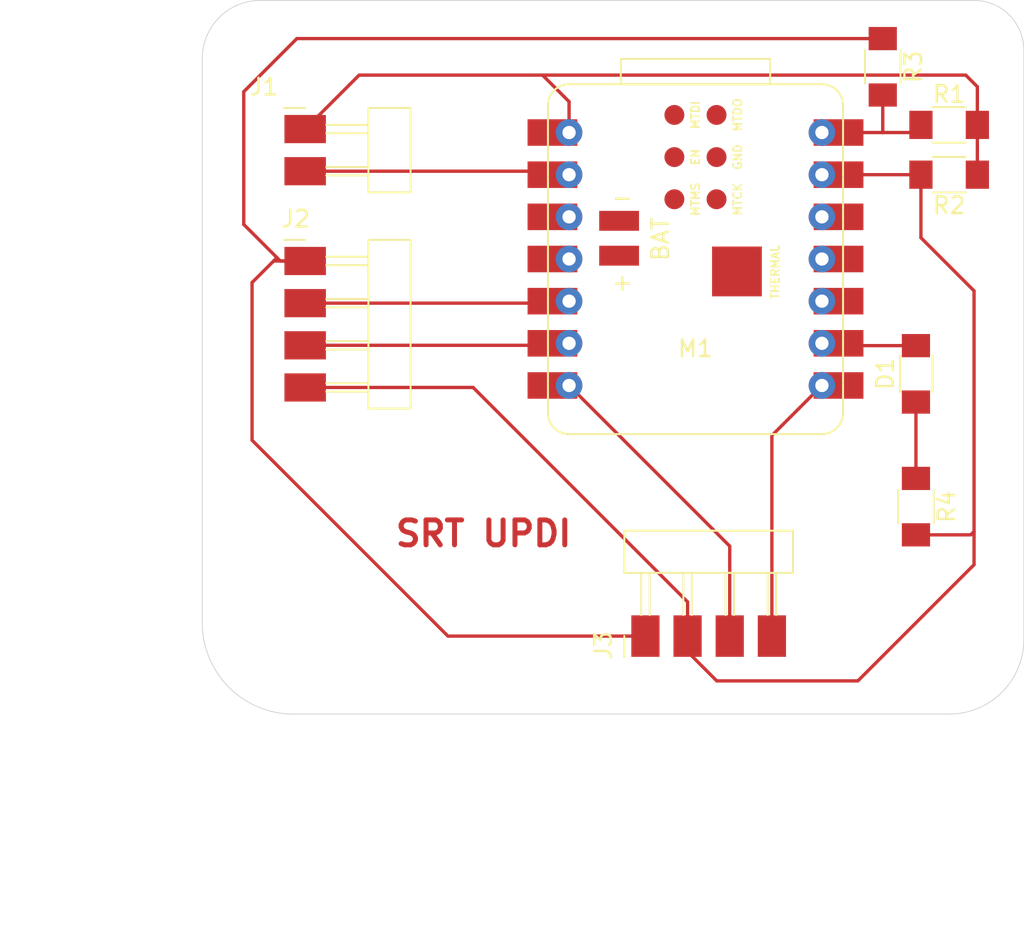
<source format=kicad_pcb>
(kicad_pcb (version 20240108) (generator "pcbnew") (generator_version "8.0")
  (layers (0 "F.Cu" signal) (31 "B.Cu" signal) (34 "B.Paste" user) (35 "F.Paste" user) (36 "B.SilkS" user "B.Silkscreen") (37 "F.SilkS" user "F.Silkscreen") (38 "B.Mask" user) (39 "F.Mask" user) (44 "Edge.Cuts" user))
  (net 0 "")
  (net 1 "Net-(J1-Pin_1)")
  (net 2 "Net-(J1-Pin_2)")
  (net 3 "Net-(J2-Pin_2)")
  (net 4 "Net-(J2-Pin_3)")
  (net 5 "Net-(J2-Pin_4)")
  (net 6 "Net-(J2-Pin_1)")
  (net 7 "Net-(J3-Pin_3)")
  (net 16 "Net-(J3-Pin_4)")
  (net 23 "Net-(D1-A)")
  (net 24 "Net-(D1-K)")
  (net 25 "Net-(M1-5V)")
  (footprint "fab:SeeedStudio_XIAO_ESP32C3" (layer "F.Cu") (at 139.215 81.08)
    (property "Reference" "M1" (at 0 5.39 0) (layer "F.SilkS"))
    (property "Value" "Module_XIAO-ESP32C3")
    (fp_line (start -8.8875 9.281) (end -8.8875 -9.261) (stroke (width 0.12)) (layer "F.SilkS"))
    (fp_line (start -7.6175 -10.531) (end 7.6225 -10.531) (stroke (width 0.12)) (layer "F.SilkS"))
    (fp_line (start 7.6225 10.551) (end -7.6175 10.551) (stroke (width 0.12)) (layer "F.SilkS"))
    (fp_line (start 8.8925 -9.261) (end 8.8925 9.281) (stroke (width 0.12)) (layer "F.SilkS"))
    (fp_rect (start -4.4975 -10.531) (end 4.5025 -12.055) (stroke (width 0.12)) (fill none) (layer "F.SilkS"))
    (fp_arc (start -8.8875 -9.261) (mid -8.515526 -10.159026) (end -7.6175 -10.531) (stroke (width 0.12)) (layer "F.SilkS"))
    (fp_arc (start -7.6175 10.551) (mid -8.515526 10.179026) (end -8.8875 9.281) (stroke (width 0.12)) (layer "F.SilkS"))
    (fp_arc (start 7.6225 -10.531) (mid 8.520526 -10.159026) (end 8.8925 -9.261) (stroke (width 0.12)) (layer "F.SilkS"))
    (fp_arc (start 8.8925 9.281) (mid 8.520526 10.179026) (end 7.6225 10.551) (stroke (width 0.12)) (layer "F.SilkS"))
    (fp_text user "MTDO" (at 2.54 -8.68 90) (layer "F.SilkS") (effects (font (size 0.5 0.5) (thickness 0.1) (bold yes))))
    (fp_text user "MTDI" (at 0 -8.68 90) (layer "F.SilkS") (effects (font (size 0.5 0.5) (thickness 0.1) (bold yes))))
    (fp_text user "EN" (at 0 -6.14 90) (layer "F.SilkS") (effects (font (size 0.5 0.5) (thickness 0.1) (bold yes))))
    (fp_text user "BAT" (at -2.7 -1.2 90) (layer "F.SilkS") (effects (justify top)))
    (fp_text user "MTMS" (at 0 -3.6 90) (layer "F.SilkS") (effects (font (size 0.5 0.5) (thickness 0.1) (bold yes))))
    (fp_text user "MTCK" (at 2.54 -3.6 90) (layer "F.SilkS") (effects (font (size 0.5 0.5) (thickness 0.1) (bold yes))))
    (fp_text user "-" (at -4.4 -3.7 0) (layer "F.SilkS"))
    (fp_text user "GND" (at 2.54 -6.14 90) (layer "F.SilkS") (effects (font (size 0.5 0.5) (thickness 0.1) (bold yes))))
    (fp_text user "+" (at -4.4 1.4 0) (layer "F.SilkS"))
    (fp_text user "THERMAL" (at 4.8 0.8 90) (layer "F.SilkS") (effects (font (size 0.5 0.5) (thickness 0.1) (bold yes))))
    (pad "1" thru_hole circle (at -7.615 -7.62) (size 1.6 1.6) (drill 0.8) (layers "*.Cu" "*.Mask") (net 1 "Net-(J1-Pin_1)"))
    (pad "1" smd rect (at -7.615 -7.62) (size 3 1.6) (drill (offset -1 0)) (layers "F.Cu" "F.Paste" "F.Mask") (net 1 "Net-(J1-Pin_1)"))
    (pad "2" thru_hole circle (at -7.615 -5.08) (size 1.6 1.6) (drill 0.8) (layers "*.Cu" "*.Mask") (net 2 "Net-(J1-Pin_2)"))
    (pad "2" smd rect (at -7.615 -5.08) (size 3 1.6) (drill (offset -1 0)) (layers "F.Cu" "F.Paste" "F.Mask") (net 2 "Net-(J1-Pin_2)"))
    (pad "3" thru_hole circle (at -7.615 -2.54) (size 1.6 1.6) (drill 0.8) (layers "*.Cu" "*.Mask"))
    (pad "3" smd rect (at -7.615 -2.54) (size 3 1.6) (drill (offset -1 0)) (layers "F.Cu" "F.Paste" "F.Mask"))
    (pad "4" thru_hole circle (at -7.615 0) (size 1.6 1.6) (drill 0.8) (layers "*.Cu" "*.Mask"))
    (pad "4" smd rect (at -7.615 0) (size 3 1.6) (drill (offset -1 0)) (layers "F.Cu" "F.Paste" "F.Mask"))
    (pad "5" thru_hole circle (at -7.615 2.54) (size 1.6 1.6) (drill 0.8) (layers "*.Cu" "*.Mask") (net 3 "Net-(J2-Pin_2)"))
    (pad "5" smd rect (at -7.615 2.54) (size 3 1.6) (drill (offset -1 0)) (layers "F.Cu" "F.Paste" "F.Mask") (net 3 "Net-(J2-Pin_2)"))
    (pad "6" thru_hole circle (at -7.615 5.08) (size 1.6 1.6) (drill 0.8) (layers "*.Cu" "*.Mask") (net 4 "Net-(J2-Pin_3)"))
    (pad "6" smd rect (at -7.615 5.08) (size 3 1.6) (drill (offset -1 0)) (layers "F.Cu" "F.Paste" "F.Mask") (net 4 "Net-(J2-Pin_3)"))
    (pad "7" thru_hole circle (at -7.615 7.62) (size 1.6 1.6) (drill 0.8) (layers "*.Cu" "*.Mask") (net 7 "Net-(J3-Pin_3)"))
    (pad "7" smd rect (at -7.615 7.62) (size 3 1.6) (drill (offset -1 0)) (layers "F.Cu" "F.Paste" "F.Mask") (net 7 "Net-(J3-Pin_3)"))
    (pad "8" thru_hole circle (at 7.62 7.62) (size 1.6 1.6) (drill 0.8) (layers "*.Cu" "*.Mask") (net 16 "Net-(J3-Pin_4)"))
    (pad "8" smd rect (at 7.62 7.62) (size 3 1.6) (drill (offset 1 0)) (layers "F.Cu" "F.Paste" "F.Mask") (net 16 "Net-(J3-Pin_4)"))
    (pad "9" thru_hole circle (at 7.62 5.08) (size 1.6 1.6) (drill 0.8) (layers "*.Cu" "*.Mask") (net 23 "Net-(D1-A)"))
    (pad "9" smd rect (at 7.62 5.08) (size 3 1.6) (drill (offset 1 0)) (layers "F.Cu" "F.Paste" "F.Mask") (net 23 "Net-(D1-A)"))
    (pad "10" thru_hole circle (at 7.62 2.54) (size 1.6 1.6) (drill 0.8) (layers "*.Cu" "*.Mask"))
    (pad "10" smd rect (at 7.62 2.54) (size 3 1.6) (drill (offset 1 0)) (layers "F.Cu" "F.Paste" "F.Mask"))
    (pad "11" thru_hole circle (at 7.62 0) (size 1.6 1.6) (drill 0.8) (layers "*.Cu" "*.Mask"))
    (pad "11" smd rect (at 7.62 0) (size 3 1.6) (drill (offset 1 0)) (layers "F.Cu" "F.Paste" "F.Mask"))
    (pad "12" thru_hole circle (at 7.62 -2.54) (size 1.6 1.6) (drill 0.8) (layers "*.Cu" "*.Mask"))
    (pad "12" smd rect (at 7.62 -2.54) (size 3 1.6) (drill (offset 1 0)) (layers "F.Cu" "F.Paste" "F.Mask"))
    (pad "13" thru_hole circle (at 7.62 -5.08) (size 1.6 1.6) (drill 0.8) (layers "*.Cu" "*.Mask") (net 5 "Net-(J2-Pin_4)"))
    (pad "13" smd rect (at 7.62 -5.08) (size 3 1.6) (drill (offset 1 0)) (layers "F.Cu" "F.Paste" "F.Mask") (net 5 "Net-(J2-Pin_4)"))
    (pad "14" thru_hole circle (at 7.62 -7.62) (size 1.6 1.6) (drill 0.8) (layers "*.Cu" "*.Mask") (net 25 "Net-(M1-5V)"))
    (pad "14" smd rect (at 7.62 -7.62) (size 3 1.6) (drill (offset 1 0)) (layers "F.Cu" "F.Paste" "F.Mask") (net 25 "Net-(M1-5V)"))
    (pad "15" smd rect (at -4.6 -2.3) (size 2.4 1.2) (layers "F.Cu" "F.Paste" "F.Mask"))
    (pad "16" smd rect (at -4.6 -0.2) (size 2.4 1.2) (layers "F.Cu" "F.Paste" "F.Mask"))
    (pad "17" smd circle (at -1.27 -8.68) (size 1.2 1.2) (layers "F.Cu" "F.Paste" "F.Mask"))
    (pad "18" smd circle (at -1.27 -6.14) (size 1.2 1.2) (layers "F.Cu" "F.Paste" "F.Mask"))
    (pad "19" smd circle (at -1.27 -3.6) (size 1.2 1.2) (layers "F.Cu" "F.Paste" "F.Mask"))
    (pad "20" smd circle (at 1.27 -3.6) (size 1.2 1.2) (layers "F.Cu" "F.Paste" "F.Mask"))
    (pad "21" smd circle (at 1.27 -6.14) (size 1.2 1.2) (layers "F.Cu" "F.Paste" "F.Mask"))
    (pad "22" smd circle (at 1.27 -8.68) (size 1.2 1.2) (layers "F.Cu" "F.Paste" "F.Mask"))
    (pad "23" smd rect (at 2.5 0.75) (size 3 3) (layers "F.Cu" "F.Paste" "F.Mask"))
  )
  (footprint "fab:LED_1206" (layer "F.Cu") (at 152.5 88 90)
    (property "Reference" "D1" (at 0 -1.85 270) (layer "F.SilkS"))
    (property "Value" "LED_1206")
    (fp_line (start -1.1 -0.95) (end 1.1 -0.95) (stroke (width 0.12)) (layer "F.SilkS"))
    (fp_line (start -1.1 1) (end 1.1 1) (stroke (width 0.12)) (layer "F.SilkS"))
    (pad "1" smd rect (at -1.7 0 90) (size 1.4 1.7) (layers "F.Cu" "F.Paste" "F.Mask") (net 24 "Net-(D1-K)"))
    (pad "2" smd rect (at 1.7 0 90) (size 1.4 1.7) (layers "F.Cu" "F.Paste" "F.Mask") (net 23 "Net-(D1-A)"))
  )
  (footprint "fab:PinHeader_1x02_P2.54mm_Horizontal_SMD" (layer "F.Cu") (at 115.7 73.25)
    (property "Reference" "J1" (at -1.524 -2.54 360) (layer "F.SilkS") (effects (justify right)))
    (property "Value" "Conn_PinHeader_1x02_P2.54mm_Horizontal_SMD")
    (fp_line (start -1.27 -1.27) (end 0 -1.27) (stroke (width 0.12)) (layer "F.SilkS"))
    (fp_line (start 3.81 -1.27) (end 6.35 -1.27) (stroke (width 0.12)) (layer "F.SilkS"))
    (fp_line (start 3.81 -0.254) (end 1.27 -0.254) (stroke (width 0.12)) (layer "F.SilkS"))
    (fp_line (start 3.81 0.254) (end 1.27 0.254) (stroke (width 0.12)) (layer "F.SilkS"))
    (fp_line (start 3.81 2.286) (end 1.27 2.286) (stroke (width 0.12)) (layer "F.SilkS"))
    (fp_line (start 3.81 2.794) (end 1.27 2.794) (stroke (width 0.12)) (layer "F.SilkS"))
    (fp_line (start 3.81 3.81) (end 3.81 -1.27) (stroke (width 0.12)) (layer "F.SilkS"))
    (fp_line (start 6.35 -1.27) (end 6.35 3.81) (stroke (width 0.12)) (layer "F.SilkS"))
    (fp_line (start 6.35 3.81) (end 3.81 3.81) (stroke (width 0.12)) (layer "F.SilkS"))
    (pad "1" smd rect (at 0 0) (size 2.5 1.7) (layers "F.Cu" "F.Paste" "F.Mask") (net 1 "Net-(J1-Pin_1)"))
    (pad "2" smd rect (at 0 2.54) (size 2.5 1.7) (layers "F.Cu" "F.Paste" "F.Mask") (net 2 "Net-(J1-Pin_2)"))
  )
  (footprint "fab:PinHeader_1x04_P2.54mm_Horizontal_SMD" (layer "F.Cu") (at 115.7 81.2)
    (property "Reference" "J2" (at -1.524 -2.54 180) (layer "F.SilkS") (effects (justify left)))
    (property "Value" "Conn_PinHeader_1x04_P2.54mm_Horizontal_SMD")
    (fp_line (start -1.27 -1.27) (end 0 -1.27) (stroke (width 0.12)) (layer "F.SilkS"))
    (fp_line (start 3.81 -1.27) (end 6.35 -1.27) (stroke (width 0.12)) (layer "F.SilkS"))
    (fp_line (start 3.81 -0.254) (end 1.27 -0.254) (stroke (width 0.12)) (layer "F.SilkS"))
    (fp_line (start 3.81 0.254) (end 1.27 0.254) (stroke (width 0.12)) (layer "F.SilkS"))
    (fp_line (start 3.81 2.286) (end 1.27 2.286) (stroke (width 0.12)) (layer "F.SilkS"))
    (fp_line (start 3.81 2.794) (end 1.27 2.794) (stroke (width 0.12)) (layer "F.SilkS"))
    (fp_line (start 3.81 4.826) (end 1.27 4.826) (stroke (width 0.12)) (layer "F.SilkS"))
    (fp_line (start 3.81 5.334) (end 1.27 5.334) (stroke (width 0.12)) (layer "F.SilkS"))
    (fp_line (start 3.81 7.366) (end 1.27 7.366) (stroke (width 0.12)) (layer "F.SilkS"))
    (fp_line (start 3.81 7.874) (end 1.27 7.874) (stroke (width 0.12)) (layer "F.SilkS"))
    (fp_line (start 3.81 8.89) (end 3.81 -1.27) (stroke (width 0.12)) (layer "F.SilkS"))
    (fp_line (start 6.35 -1.27) (end 6.35 8.89) (stroke (width 0.12)) (layer "F.SilkS"))
    (fp_line (start 6.35 8.89) (end 3.81 8.89) (stroke (width 0.12)) (layer "F.SilkS"))
    (pad "1" smd rect (at 0 0) (size 2.5 1.7) (layers "F.Cu" "F.Paste" "F.Mask") (net 6 "Net-(J2-Pin_1)"))
    (pad "2" smd rect (at 0 2.54) (size 2.5 1.7) (layers "F.Cu" "F.Paste" "F.Mask") (net 3 "Net-(J2-Pin_2)"))
    (pad "3" smd rect (at 0 5.08) (size 2.5 1.7) (layers "F.Cu" "F.Paste" "F.Mask") (net 4 "Net-(J2-Pin_3)"))
    (pad "4" smd rect (at 0 7.62) (size 2.5 1.7) (layers "F.Cu" "F.Paste" "F.Mask") (net 5 "Net-(J2-Pin_4)"))
  )
  (footprint "fab:PinHeader_1x04_P2.54mm_Horizontal_SMD" (layer "F.Cu") (at 136.2 103.8 90)
    (property "Reference" "J3" (at -1.524 -2.54 -90) (layer "F.SilkS") (effects (justify left)))
    (property "Value" "Conn_PinHeader_1x04_P2.54mm_Horizontal_SMD")
    (fp_line (start 6.35 -1.27) (end 6.35 8.89) (stroke (width 0.12)) (layer "F.SilkS"))
    (fp_line (start 3.81 -1.27) (end 6.35 -1.27) (stroke (width 0.12)) (layer "F.SilkS"))
    (fp_line (start -1.27 -1.27) (end 0 -1.27) (stroke (width 0.12)) (layer "F.SilkS"))
    (fp_line (start 3.81 -0.254) (end 1.27 -0.254) (stroke (width 0.12)) (layer "F.SilkS"))
    (fp_line (start 3.81 0.254) (end 1.27 0.254) (stroke (width 0.12)) (layer "F.SilkS"))
    (fp_line (start 3.81 2.286) (end 1.27 2.286) (stroke (width 0.12)) (layer "F.SilkS"))
    (fp_line (start 3.81 2.794) (end 1.27 2.794) (stroke (width 0.12)) (layer "F.SilkS"))
    (fp_line (start 3.81 4.826) (end 1.27 4.826) (stroke (width 0.12)) (layer "F.SilkS"))
    (fp_line (start 3.81 5.334) (end 1.27 5.334) (stroke (width 0.12)) (layer "F.SilkS"))
    (fp_line (start 3.81 7.366) (end 1.27 7.366) (stroke (width 0.12)) (layer "F.SilkS"))
    (fp_line (start 3.81 7.874) (end 1.27 7.874) (stroke (width 0.12)) (layer "F.SilkS"))
    (fp_line (start 6.35 8.89) (end 3.81 8.89) (stroke (width 0.12)) (layer "F.SilkS"))
    (fp_line (start 3.81 8.89) (end 3.81 -1.27) (stroke (width 0.12)) (layer "F.SilkS"))
    (pad "1" smd rect (at 0 0 90) (size 2.5 1.7) (layers "F.Cu" "F.Paste" "F.Mask") (net 6 "Net-(J2-Pin_1)"))
    (pad "2" smd rect (at 0 2.54 90) (size 2.5 1.7) (layers "F.Cu" "F.Paste" "F.Mask") (net 5 "Net-(J2-Pin_4)"))
    (pad "3" smd rect (at 0 5.08 90) (size 2.5 1.7) (layers "F.Cu" "F.Paste" "F.Mask") (net 7 "Net-(J3-Pin_3)"))
    (pad "4" smd rect (at 0 7.62 90) (size 2.5 1.7) (layers "F.Cu" "F.Paste" "F.Mask") (net 16 "Net-(J3-Pin_4)"))
  )
  (footprint "fab:R_1206" (layer "F.Cu") (at 150.5 69.5 -90)
    (property "Reference" "R3" (at 0 -1.85 90) (layer "F.SilkS"))
    (property "Value" "R_1206")
    (fp_line (start 1 1.07) (end -1 1.07) (stroke (width 0.12)) (layer "F.SilkS"))
    (fp_line (start -1 -1.07) (end 1 -1.07) (stroke (width 0.12)) (layer "F.SilkS"))
    (pad "1" smd rect (at -1.7 0 270) (size 1.4 1.7) (layers "F.Cu" "F.Paste" "F.Mask") (net 6 "Net-(J2-Pin_1)"))
    (pad "2" smd rect (at 1.7 0 270) (size 1.4 1.7) (layers "F.Cu" "F.Paste" "F.Mask") (net 25 "Net-(M1-5V)"))
  )
  (footprint "fab:R_1206" (layer "F.Cu") (at 154.5 76 180)
    (property "Reference" "R2" (at 0 -1.85 180) (layer "F.SilkS"))
    (property "Value" "R_1206")
    (fp_line (start 1 1.07) (end -1 1.07) (stroke (width 0.12)) (layer "F.SilkS"))
    (fp_line (start -1 -1.07) (end 1 -1.07) (stroke (width 0.12)) (layer "F.SilkS"))
    (pad "1" smd rect (at -1.7 0 180) (size 1.4 1.7) (layers "F.Cu" "F.Paste" "F.Mask") (net 1 "Net-(J1-Pin_1)"))
    (pad "2" smd rect (at 1.7 0 180) (size 1.4 1.7) (layers "F.Cu" "F.Paste" "F.Mask") (net 5 "Net-(J2-Pin_4)"))
  )
  (footprint "fab:R_1206" (layer "F.Cu") (at 154.5 73)
    (property "Reference" "R1" (at 0 -1.85 0) (layer "F.SilkS"))
    (property "Value" "R_1206")
    (fp_line (start -1 -1.07) (end 1 -1.07) (stroke (width 0.12)) (layer "F.SilkS"))
    (fp_line (start 1 1.07) (end -1 1.07) (stroke (width 0.12)) (layer "F.SilkS"))
    (pad "1" smd rect (at -1.7 0) (size 1.4 1.7) (layers "F.Cu" "F.Paste" "F.Mask") (net 25 "Net-(M1-5V)"))
    (pad "2" smd rect (at 1.7 0) (size 1.4 1.7) (layers "F.Cu" "F.Paste" "F.Mask") (net 1 "Net-(J1-Pin_1)"))
  )
  (footprint "fab:R_1206" (layer "F.Cu") (at 152.5 96 -90)
    (property "Reference" "R4" (at 0 -1.85 90) (layer "F.SilkS"))
    (property "Value" "R_1206")
    (fp_line (start 1 1.07) (end -1 1.07) (stroke (width 0.12)) (layer "F.SilkS"))
    (fp_line (start -1 -1.07) (end 1 -1.07) (stroke (width 0.12)) (layer "F.SilkS"))
    (pad "1" smd rect (at -1.7 0 270) (size 1.4 1.7) (layers "F.Cu" "F.Paste" "F.Mask") (net 24 "Net-(D1-K)"))
    (pad "2" smd rect (at 1.7 0 270) (size 1.4 1.7) (layers "F.Cu" "F.Paste" "F.Mask") (net 5 "Net-(J2-Pin_4)"))
  )
  (gr_line (start 154.5 108.5) (end 115 108.5) (stroke (width 0.05)) (layer "Edge.Cuts"))
  (gr_arc (start 115 108.5) (mid 111.110913 106.889087) (end 109.5 103) (stroke (width 0.05)) (layer "Edge.Cuts"))
  (gr_arc (start 156 65.5) (mid 158.12132 66.37868) (end 159 68.5) (stroke (width 0.05)) (layer "Edge.Cuts"))
  (gr_line (start 113 65.5) (end 156 65.5) (stroke (width 0.05)) (layer "Edge.Cuts"))
  (gr_arc (start 159 104) (mid 157.681981 107.181981) (end 154.5 108.5) (stroke (width 0.05)) (layer "Edge.Cuts"))
  (gr_arc (start 109.5 69) (mid 110.525126 66.525126) (end 113 65.5) (stroke (width 0.05)) (layer "Edge.Cuts"))
  (gr_line (start 159 68.5) (end 159 104) (stroke (width 0.05)) (layer "Edge.Cuts"))
  (gr_line (start 109.5 103) (end 109.5 69) (stroke (width 0.05)) (layer "Edge.Cuts"))
  (gr_text "SRT UPDI" (at 121 98.5 0) (layer "F.Cu") (effects (font (size 1.5 1.5) (thickness 0.3) (bold yes)) (justify left bottom)))
  (segment (start 155.5 70) (end 130 70) (width 0.2) (layer "F.Cu") (net 1))
  (segment (start 130 70) (end 131.6 71.6) (width 0.2) (layer "F.Cu") (net 1))
  (segment (start 118.95 70) (end 115.7 73.25) (width 0.2) (layer "F.Cu") (net 1))
  (segment (start 130 70) (end 118.95 70) (width 0.2) (layer "F.Cu") (net 1))
  (segment (start 156.2 73) (end 156.2 70.7) (width 0.2) (layer "F.Cu") (net 1))
  (segment (start 156.2 70.7) (end 155.5 70) (width 0.2) (layer "F.Cu") (net 1))
  (segment (start 115.91 73.46) (end 115.7 73.25) (width 0.2) (layer "F.Cu") (net 1))
  (segment (start 131.6 71.6) (end 131.6 73.46) (width 0.2) (layer "F.Cu") (net 1))
  (segment (start 156.2 73) (end 156.2 76) (width 0.2) (layer "F.Cu") (net 1))
  (segment (start 115.7 75.79) (end 131.39 75.79) (width 0.2) (layer "F.Cu") (net 2))
  (segment (start 131.39 75.79) (end 131.6 76) (width 0.2) (layer "F.Cu") (net 2))
  (segment (start 115.7 83.74) (end 131.48 83.74) (width 0.2) (layer "F.Cu") (net 3))
  (segment (start 131.48 83.74) (end 131.6 83.62) (width 0.2) (layer "F.Cu") (net 3))
  (segment (start 115.7 86.28) (end 131.48 86.28) (width 0.2) (layer "F.Cu") (net 4))
  (segment (start 131.48 86.28) (end 131.6 86.16) (width 0.2) (layer "F.Cu") (net 4))
  (segment (start 125.82 88.82) (end 138.74 101.74) (width 0.2) (layer "F.Cu") (net 5))
  (segment (start 156 99.5) (end 149 106.5) (width 0.2) (layer "F.Cu") (net 5))
  (segment (start 156 83) (end 156 97.5) (width 0.2) (layer "F.Cu") (net 5))
  (segment (start 149 106.5) (end 140.5 106.5) (width 0.2) (layer "F.Cu") (net 5))
  (segment (start 138.74 101.74) (end 138.74 103.8) (width 0.2) (layer "F.Cu") (net 5))
  (segment (start 152.8 79.8) (end 156 83) (width 0.2) (layer "F.Cu") (net 5))
  (segment (start 140.5 106.5) (end 138.74 104.74) (width 0.2) (layer "F.Cu") (net 5))
  (segment (start 155.8 97.7) (end 156 97.5) (width 0.2) (layer "F.Cu") (net 5))
  (segment (start 156 97.5) (end 156 99.5) (width 0.2) (layer "F.Cu") (net 5))
  (segment (start 152.5 97.7) (end 155.8 97.7) (width 0.2) (layer "F.Cu") (net 5))
  (segment (start 152.8 76) (end 152.8 79.8) (width 0.2) (layer "F.Cu") (net 5))
  (segment (start 138.74 104.74) (end 138.74 103.8) (width 0.2) (layer "F.Cu") (net 5))
  (segment (start 146.835 76) (end 152.8 76) (width 0.2) (layer "F.Cu") (net 5))
  (segment (start 115.7 88.82) (end 125.82 88.82) (width 0.2) (layer "F.Cu") (net 5))
  (segment (start 112.5 82.5) (end 112.5 92) (width 0.2) (layer "F.Cu") (net 6))
  (segment (start 113.8 81.2) (end 112.5 82.5) (width 0.2) (layer "F.Cu") (net 6))
  (segment (start 112.5 92) (end 124.3 103.8) (width 0.2) (layer "F.Cu") (net 6))
  (segment (start 114.2 81.2) (end 114 81) (width 0.2) (layer "F.Cu") (net 6))
  (segment (start 115.7 81.2) (end 113.8 81.2) (width 0.2) (layer "F.Cu") (net 6))
  (segment (start 113.8 81.2) (end 114 81) (width 0.2) (layer "F.Cu") (net 6))
  (segment (start 112 71) (end 112 79) (width 0.2) (layer "F.Cu") (net 6))
  (segment (start 150.5 67.8) (end 115.2 67.8) (width 0.2) (layer "F.Cu") (net 6))
  (segment (start 115.7 81.2) (end 114.2 81.2) (width 0.2) (layer "F.Cu") (net 6))
  (segment (start 115.2 67.8) (end 112 71) (width 0.2) (layer "F.Cu") (net 6))
  (segment (start 114 81) (end 112 79) (width 0.2) (layer "F.Cu") (net 6))
  (segment (start 124.3 103.8) (end 136.2 103.8) (width 0.2) (layer "F.Cu") (net 6))
  (segment (start 141.28 98.38) (end 131.6 88.7) (width 0.2) (layer "F.Cu") (net 7))
  (segment (start 141.28 103.8) (end 141.28 98.38) (width 0.2) (layer "F.Cu") (net 7))
  (segment (start 143.82 91.715) (end 146.835 88.7) (width 0.2) (layer "F.Cu") (net 16))
  (segment (start 143.82 103.8) (end 143.82 91.715) (width 0.2) (layer "F.Cu") (net 16))
  (segment (start 146.835 86.16) (end 147.84 86.16) (width 0.2) (layer "F.Cu") (net 23))
  (segment (start 147.98 86.3) (end 152.5 86.3) (width 0.2) (layer "F.Cu") (net 23))
  (segment (start 147.84 86.16) (end 147.98 86.3) (width 0.2) (layer "F.Cu") (net 23))
  (segment (start 152.5 89.7) (end 152.5 94.3) (width 0.2) (layer "F.Cu") (net 24))
  (segment (start 152.34 73.46) (end 152.8 73) (width 0.2) (layer "F.Cu") (net 25))
  (segment (start 150.5 73.46) (end 152.34 73.46) (width 0.2) (layer "F.Cu") (net 25))
  (segment (start 146.835 73.46) (end 150.5 73.46) (width 0.2) (layer "F.Cu") (net 25))
  (segment (start 150.5 71.2) (end 150.5 73.46) (width 0.2) (layer "F.Cu") (net 25))
)
</source>
